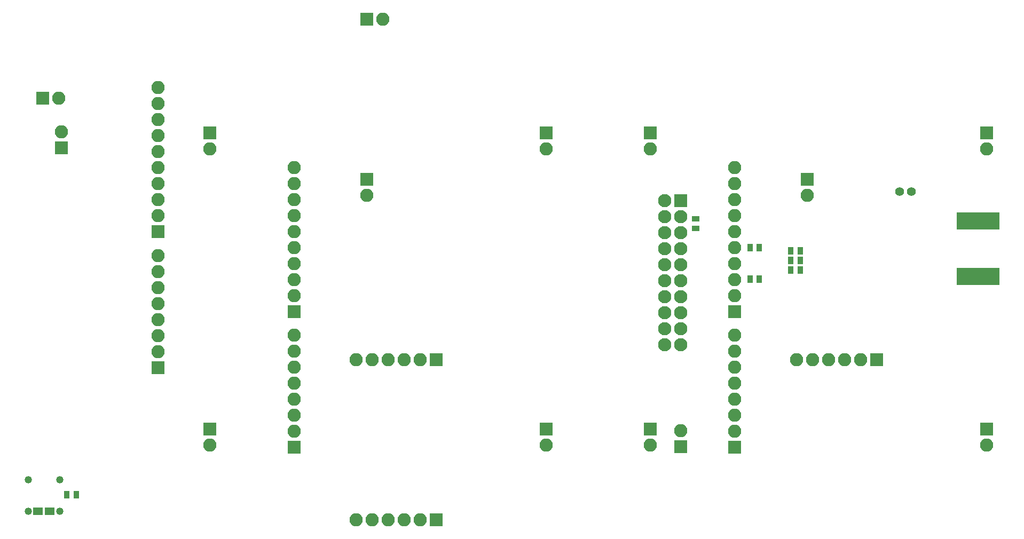
<source format=gbr>
G04 #@! TF.FileFunction,Soldermask,Bot*
%FSLAX46Y46*%
G04 Gerber Fmt 4.6, Leading zero omitted, Abs format (unit mm)*
G04 Created by KiCad (PCBNEW 4.0.5) date 04/12/17 15:12:10*
%MOMM*%
%LPD*%
G01*
G04 APERTURE LIST*
%ADD10C,0.100000*%
%ADD11R,6.880000X2.820000*%
%ADD12R,2.100000X2.100000*%
%ADD13O,2.100000X2.100000*%
%ADD14C,2.100000*%
%ADD15R,1.600000X1.150000*%
%ADD16C,1.187400*%
%ADD17R,0.900000X1.300000*%
%ADD18R,1.300000X0.900000*%
%ADD19C,1.400000*%
G04 APERTURE END LIST*
D10*
D11*
X154499500Y43689500D03*
X154499500Y52449500D03*
D12*
X57594500Y59055000D03*
D13*
X57594500Y56515000D03*
D12*
X32702500Y66421000D03*
D13*
X32702500Y63881000D03*
D12*
X127444500Y59055000D03*
D13*
X127444500Y56515000D03*
D12*
X107378500Y55689500D03*
D14*
X104838500Y55689500D03*
X107378500Y53149500D03*
X104838500Y53149500D03*
X107378500Y50609500D03*
X104838500Y50609500D03*
X107378500Y48069500D03*
X104838500Y48069500D03*
X107378500Y45529500D03*
X104838500Y45529500D03*
X107378500Y42989500D03*
X104838500Y42989500D03*
X107378500Y40449500D03*
X104838500Y40449500D03*
X107378500Y37909500D03*
X104838500Y37909500D03*
X107378500Y35369500D03*
X104838500Y35369500D03*
X107378500Y32829500D03*
X104838500Y32829500D03*
D12*
X9144000Y64071500D03*
D13*
X9144000Y66611500D03*
D12*
X107378500Y16637000D03*
D13*
X107378500Y19177000D03*
D15*
X7300000Y6413500D03*
X5400000Y6413500D03*
D12*
X57594500Y84455000D03*
D13*
X60134500Y84455000D03*
D12*
X32702500Y19431000D03*
D13*
X32702500Y16891000D03*
D12*
X86042500Y19431000D03*
D13*
X86042500Y16891000D03*
D12*
X86042500Y66421000D03*
D13*
X86042500Y63881000D03*
D12*
X155829000Y66421000D03*
D13*
X155829000Y63881000D03*
D12*
X155829000Y19431000D03*
D13*
X155829000Y16891000D03*
D12*
X102489000Y19431000D03*
D13*
X102489000Y16891000D03*
D12*
X102489000Y66421000D03*
D13*
X102489000Y63881000D03*
D16*
X3848100Y11391900D03*
X8851900Y11391900D03*
X8851900Y6388100D03*
X3848100Y6388100D03*
D17*
X11494200Y9017000D03*
X9994200Y9017000D03*
X126289500Y44704000D03*
X124789500Y44704000D03*
X126289500Y46228000D03*
X124789500Y46228000D03*
X126289500Y47752000D03*
X124789500Y47752000D03*
X118312500Y43243500D03*
X119812500Y43243500D03*
X118312500Y48260000D03*
X119812500Y48260000D03*
D18*
X109728000Y51256500D03*
X109728000Y52756500D03*
D19*
X143954500Y57150000D03*
X142054500Y57150000D03*
D12*
X115887500Y38100000D03*
D13*
X115887500Y40640000D03*
X115887500Y43180000D03*
X115887500Y45720000D03*
X115887500Y48260000D03*
X115887500Y50800000D03*
X115887500Y53340000D03*
X115887500Y55880000D03*
X115887500Y58420000D03*
X115887500Y60960000D03*
D12*
X68580000Y30480000D03*
D13*
X66040000Y30480000D03*
X63500000Y30480000D03*
X60960000Y30480000D03*
X58420000Y30480000D03*
X55880000Y30480000D03*
D12*
X68580000Y5080000D03*
D13*
X66040000Y5080000D03*
X63500000Y5080000D03*
X60960000Y5080000D03*
X58420000Y5080000D03*
X55880000Y5080000D03*
D12*
X138430000Y30480000D03*
D13*
X135890000Y30480000D03*
X133350000Y30480000D03*
X130810000Y30480000D03*
X128270000Y30480000D03*
X125730000Y30480000D03*
D12*
X46037500Y16573500D03*
D13*
X46037500Y19113500D03*
X46037500Y21653500D03*
X46037500Y24193500D03*
X46037500Y26733500D03*
X46037500Y29273500D03*
X46037500Y31813500D03*
X46037500Y34353500D03*
D12*
X24447500Y29210000D03*
D13*
X24447500Y31750000D03*
X24447500Y34290000D03*
X24447500Y36830000D03*
X24447500Y39370000D03*
X24447500Y41910000D03*
X24447500Y44450000D03*
X24447500Y46990000D03*
D12*
X115887500Y16573500D03*
D13*
X115887500Y19113500D03*
X115887500Y21653500D03*
X115887500Y24193500D03*
X115887500Y26733500D03*
X115887500Y29273500D03*
X115887500Y31813500D03*
X115887500Y34353500D03*
D12*
X46037500Y38100000D03*
D13*
X46037500Y40640000D03*
X46037500Y43180000D03*
X46037500Y45720000D03*
X46037500Y48260000D03*
X46037500Y50800000D03*
X46037500Y53340000D03*
X46037500Y55880000D03*
X46037500Y58420000D03*
X46037500Y60960000D03*
D12*
X24447500Y50736500D03*
D13*
X24447500Y53276500D03*
X24447500Y55816500D03*
X24447500Y58356500D03*
X24447500Y60896500D03*
X24447500Y63436500D03*
X24447500Y65976500D03*
X24447500Y68516500D03*
X24447500Y71056500D03*
X24447500Y73596500D03*
D12*
X6197600Y71907400D03*
D13*
X8737600Y71907400D03*
M02*

</source>
